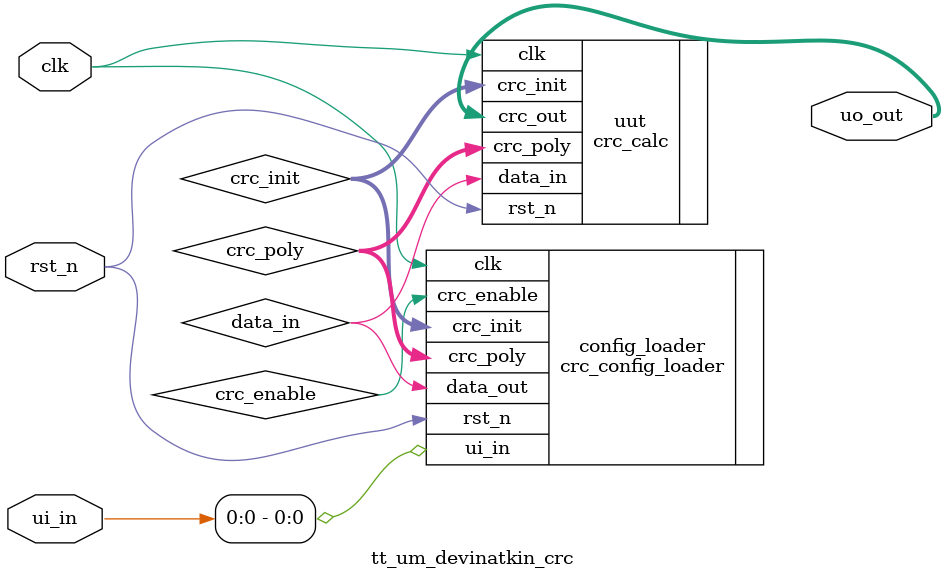
<source format=v>
/*
 * Copyright (c) 2024 Your Name
 * SPDX-License-Identifier: Apache-2.0
 */

`default_nettype none

module tt_um_devinatkin_crc (
    input  wire [7:0] ui_in,    // Dedicated inputs
    output reg  [7:0] uo_out,   // Dedicated outputs
    input  wire       clk,      // Clock
    input  wire       rst_n     // Active-low reset
);

    reg [7:0] crc_init;
    reg [7:0] crc_poly;
    reg data_in;
    reg crc_enable;

    // Instantiate State Machine for Loading Configuration
    crc_config_loader config_loader (
        .clk(clk),
        .rst_n(rst_n),
        .ui_in(ui_in[0]),
        .crc_init(crc_init),
        .crc_poly(crc_poly),
        .data_out(data_in),
        .crc_enable(crc_enable)
    );

    // CRC Calculation Module
    crc_calc #(
        .CRC_WIDTH(8)
    ) uut (
        .clk(clk),
        .rst_n(rst_n),
        .data_in(data_in),
        .crc_init(crc_init),
        .crc_poly(crc_poly),
        .crc_out(uo_out)
    );

endmodule

</source>
